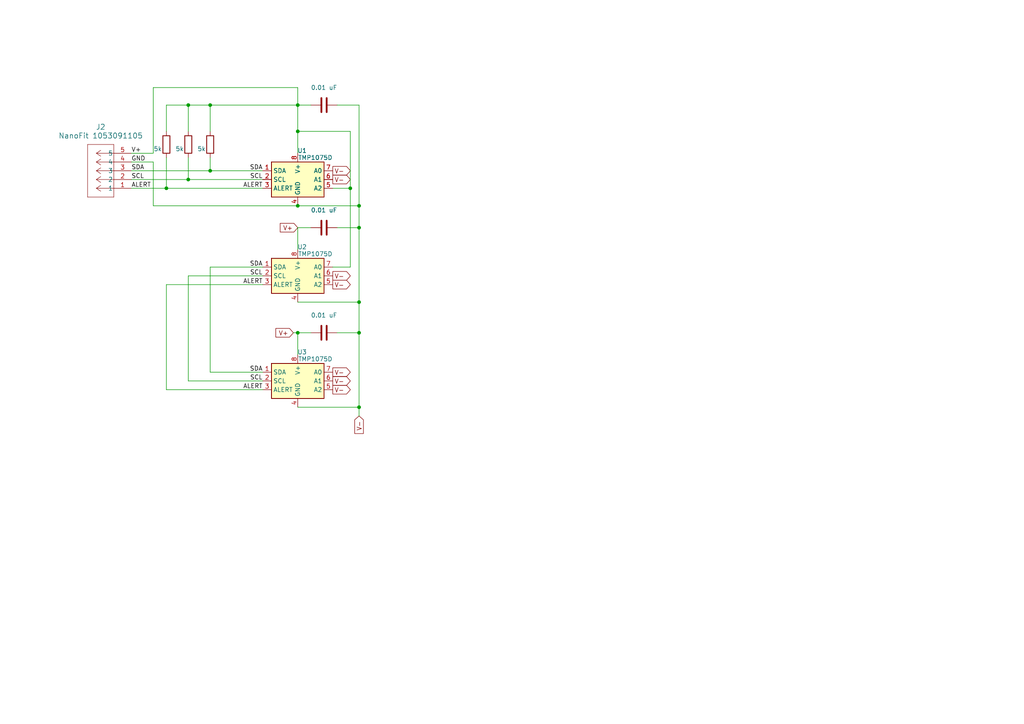
<source format=kicad_sch>
(kicad_sch (version 20250114) (generator "eeschema") (generator_version "9.0")
  (paper "A4")
  (lib_symbols
    (symbol "Device:C" (pin_numbers (hide yes)) (pin_names (offset 0.254))
      (property "Reference" "C" (at 0.635 2.54 0))
      (property "Value" "C" (at 0.635 -2.54 0))
      (symbol "C_0_1"
        (polyline (pts (xy -2.032 0.762) (xy 2.032 0.762)) (stroke (width 0.508)))
        (polyline (pts (xy -2.032 -0.762) (xy 2.032 -0.762)) (stroke (width 0.508)))
      )
      (symbol "C_1_1"
        (pin passive line (at 0 3.81 270) (length 2.794) (name "~") (number "1"))
        (pin passive line (at 0 -3.81 90) (length 2.794) (name "~") (number "2"))
      )
    )
    (symbol "Device:R" (pin_numbers (hide yes)) (pin_names (offset 0))
      (property "Reference" "R" (at 2.032 0 90))
      (property "Value" "R" (at 0 0 90))
      (symbol "R_0_1"
        (rectangle (start -1.016 -2.54) (end 1.016 2.54) (stroke (width 0.254)))
      )
      (symbol "R_1_1"
        (pin passive line (at 0 3.81 270) (length 1.27) (name "~") (number "1"))
        (pin passive line (at 0 -3.81 90) (length 1.27) (name "~") (number "2"))
      )
    )
    (symbol "FS_3_Global_Symbol_Library:NanoFit 1053091105" (pin_names (offset 0.254))
      (property "Reference" "J" (at 8.89 6.35 0))
      (property "Value" "NanoFit 1053091105" (at 0 0 0))
      (symbol "NanoFit 1053091105_1_1"
        (polyline (pts (xy 5.08 2.54) (xy 5.08 -12.7)) (stroke (width 0.127)))
        (polyline (pts (xy 5.08 -12.7) (xy 12.7 -12.7)) (stroke (width 0.127)))
        (polyline (pts (xy 10.16 0) (xy 5.08 0)) (stroke (width 0.127)))
        (polyline (pts (xy 10.16 0) (xy 8.89 0.8467)) (stroke (width 0.127)))
        (polyline (pts (xy 10.16 0) (xy 8.89 -0.8467)) (stroke (width 0.127)))
        (polyline (pts (xy 10.16 -2.54) (xy 5.08 -2.54)) (stroke (width 0.127)))
        (polyline (pts (xy 10.16 -2.54) (xy 8.89 -1.6933)) (stroke (width 0.127)))
        (polyline (pts (xy 10.16 -2.54) (xy 8.89 -3.3867)) (stroke (width 0.127)))
        (polyline (pts (xy 10.16 -5.08) (xy 5.08 -5.08)) (stroke (width 0.127)))
        (polyline (pts (xy 10.16 -5.08) (xy 8.89 -4.2333)) (stroke (width 0.127)))
        (polyline (pts (xy 10.16 -5.08) (xy 8.89 -5.9267)) (stroke (width 0.127)))
        (polyline (pts (xy 10.16 -7.62) (xy 5.08 -7.62)) (stroke (width 0.127)))
        (polyline (pts (xy 10.16 -7.62) (xy 8.89 -6.7733)) (stroke (width 0.127)))
        (polyline (pts (xy 10.16 -7.62) (xy 8.89 -8.4667)) (stroke (width 0.127)))
        (polyline (pts (xy 10.16 -10.16) (xy 5.08 -10.16)) (stroke (width 0.127)))
        (polyline (pts (xy 10.16 -10.16) (xy 8.89 -9.3133)) (stroke (width 0.127)))
        (polyline (pts (xy 10.16 -10.16) (xy 8.89 -11.0067)) (stroke (width 0.127)))
        (polyline (pts (xy 12.7 2.54) (xy 5.08 2.54)) (stroke (width 0.127)))
        (polyline (pts (xy 12.7 -12.7) (xy 12.7 2.54)) (stroke (width 0.127)))
        (pin unspecified line (at 0 0 0) (length 5.08) (name "1") (number "1"))
        (pin unspecified line (at 0 -2.54 0) (length 5.08) (name "2") (number "2"))
        (pin unspecified line (at 0 -5.08 0) (length 5.08) (name "3") (number "3"))
        (pin unspecified line (at 0 -7.62 0) (length 5.08) (name "4") (number "4"))
        (pin unspecified line (at 0 -10.16 0) (length 5.08) (name "5") (number "5"))
      )
      (symbol "NanoFit 1053091105_1_2"
        (polyline (pts (xy 5.08 2.54) (xy 5.08 -12.7)) (stroke (width 0.127)))
        (polyline (pts (xy 5.08 -12.7) (xy 12.7 -12.7)) (stroke (width 0.127)))
        (polyline (pts (xy 7.62 0) (xy 5.08 0)) (stroke (width 0.127)))
        (polyline (pts (xy 7.62 0) (xy 8.89 0.8467)) (stroke (width 0.127)))
        (polyline (pts (xy 7.62 0) (xy 8.89 -0.8467)) (stroke (width 0.127)))
        (polyline (pts (xy 7.62 -2.54) (xy 5.08 -2.54)) (stroke (width 0.127)))
        (polyline (pts (xy 7.62 -2.54) (xy 8.89 -1.6933)) (stroke (width 0.127)))
        (polyline (pts (xy 7.62 -2.54) (xy 8.89 -3.3867)) (stroke (width 0.127)))
        (polyline (pts (xy 7.62 -5.08) (xy 5.08 -5.08)) (stroke (width 0.127)))
        (polyline (pts (xy 7.62 -5.08) (xy 8.89 -4.2333)) (stroke (width 0.127)))
        (polyline (pts (xy 7.62 -5.08) (xy 8.89 -5.9267)) (stroke (width 0.127)))
        (polyline (pts (xy 7.62 -7.62) (xy 5.08 -7.62)) (stroke (width 0.127)))
        (polyline (pts (xy 7.62 -7.62) (xy 8.89 -6.7733)) (stroke (width 0.127)))
        (polyline (pts (xy 7.62 -7.62) (xy 8.89 -8.4667)) (stroke (width 0.127)))
        (polyline (pts (xy 7.62 -10.16) (xy 5.08 -10.16)) (stroke (width 0.127)))
        (polyline (pts (xy 7.62 -10.16) (xy 8.89 -9.3133)) (stroke (width 0.127)))
        (polyline (pts (xy 7.62 -10.16) (xy 8.89 -11.0067)) (stroke (width 0.127)))
        (polyline (pts (xy 12.7 2.54) (xy 5.08 2.54)) (stroke (width 0.127)))
        (polyline (pts (xy 12.7 -12.7) (xy 12.7 2.54)) (stroke (width 0.127)))
        (pin unspecified line (at 0 0 0) (length 5.08) (name "1") (number "1"))
        (pin unspecified line (at 0 -2.54 0) (length 5.08) (name "2") (number "2"))
        (pin unspecified line (at 0 -5.08 0) (length 5.08) (name "3") (number "3"))
        (pin unspecified line (at 0 -7.62 0) (length 5.08) (name "4") (number "4"))
        (pin unspecified line (at 0 -10.16 0) (length 5.08) (name "5") (number "5"))
      )
    )
    (symbol "Sensor_Temperature:TMP1075D"
      (property "Reference" "U" (at -6.35 6.35 0))
      (property "Value" "TMP1075D" (at 6.35 6.35 0))
      (symbol "TMP1075D_0_1"
        (rectangle (start -7.62 5.08) (end 7.62 -5.08) (stroke (width 0.254)) (fill (type background)))
      )
      (symbol "TMP1075D_1_1"
        (pin input line (at -10.16 2.54 0) (length 2.54) (name "A0") (number "7"))
        (pin input line (at -10.16 0 0) (length 2.54) (name "A1") (number "6"))
        (pin input line (at -10.16 -2.54 0) (length 2.54) (name "A2") (number "5"))
        (pin power_in line (at 0 7.62 270) (length 2.54) (name "V+") (number "8"))
        (pin power_in line (at 0 -7.62 90) (length 2.54) (name "GND") (number "4"))
        (pin bidirectional line (at 10.16 2.54 180) (length 2.54) (name "SDA") (number "1"))
        (pin input line (at 10.16 0 180) (length 2.54) (name "SCL") (number "2"))
        (pin open_collector line (at 10.16 -2.54 180) (length 2.54) (name "ALERT") (number "3"))
      )
    )
  )
  (junction (at 54.61 52.07))
  (junction (at 104.14 59.69))
  (junction (at 86.36 30.48))
  (junction (at 54.61 30.48))
  (junction (at 86.36 96.52))
  (junction (at 101.6 54.61))
  (junction (at 60.96 30.48))
  (junction (at 104.14 66.04))
  (junction (at 104.14 118.11))
  (junction (at 86.36 59.69))
  (junction (at 86.36 38.1))
  (junction (at 104.14 96.52))
  (junction (at 104.14 87.63))
  (junction (at 48.26 54.61))
  (junction (at 60.96 49.53))
  (wire (pts (xy 48.26 45.72) (xy 48.26 54.61)))
  (wire (pts (xy 104.14 66.04) (xy 104.14 87.63)))
  (wire (pts (xy 38.1 49.53) (xy 60.96 49.53)))
  (wire (pts (xy 86.36 38.1) (xy 101.6 38.1)))
  (wire (pts (xy 101.6 54.61) (xy 101.6 77.47)))
  (wire (pts (xy 86.36 96.52) (xy 86.36 102.87)))
  (wire (pts (xy 101.6 38.1) (xy 101.6 54.61)))
  (wire (pts (xy 96.52 77.47) (xy 101.6 77.47)))
  (wire (pts (xy 86.36 66.04) (xy 86.36 72.39)))
  (wire (pts (xy 104.14 30.48) (xy 97.79 30.48)))
  (wire (pts (xy 48.26 38.1) (xy 48.26 30.48)))
  (wire (pts (xy 54.61 80.01) (xy 76.2 80.01)))
  (wire (pts (xy 104.14 59.69) (xy 104.14 66.04)))
  (wire (pts (xy 38.1 52.07) (xy 54.61 52.07)))
  (wire (pts (xy 104.14 30.48) (xy 104.14 59.69)))
  (wire (pts (xy 60.96 77.47) (xy 76.2 77.47)))
  (wire (pts (xy 86.36 118.11) (xy 104.14 118.11)))
  (wire (pts (xy 44.45 25.4) (xy 44.45 44.45)))
  (wire (pts (xy 60.96 45.72) (xy 60.96 49.53)))
  (wire (pts (xy 90.17 30.48) (xy 86.36 30.48)))
  (wire (pts (xy 38.1 54.61) (xy 48.26 54.61)))
  (wire (pts (xy 104.14 96.52) (xy 104.14 118.11)))
  (wire (pts (xy 96.52 54.61) (xy 101.6 54.61)))
  (wire (pts (xy 54.61 38.1) (xy 54.61 30.48)))
  (wire (pts (xy 60.96 30.48) (xy 86.36 30.48)))
  (wire (pts (xy 104.14 87.63) (xy 104.14 96.52)))
  (wire (pts (xy 86.36 30.48) (xy 86.36 38.1)))
  (wire (pts (xy 60.96 77.47) (xy 60.96 107.95)))
  (wire (pts (xy 54.61 110.49) (xy 76.2 110.49)))
  (wire (pts (xy 60.96 38.1) (xy 60.96 30.48)))
  (wire (pts (xy 54.61 30.48) (xy 60.96 30.48)))
  (wire (pts (xy 54.61 52.07) (xy 76.2 52.07)))
  (wire (pts (xy 48.26 82.55) (xy 76.2 82.55)))
  (wire (pts (xy 85.09 96.52) (xy 86.36 96.52)))
  (wire (pts (xy 48.26 113.03) (xy 76.2 113.03)))
  (wire (pts (xy 48.26 54.61) (xy 76.2 54.61)))
  (wire (pts (xy 54.61 80.01) (xy 54.61 110.49)))
  (wire (pts (xy 60.96 49.53) (xy 76.2 49.53)))
  (wire (pts (xy 38.1 44.45) (xy 44.45 44.45)))
  (wire (pts (xy 86.36 38.1) (xy 86.36 44.45)))
  (wire (pts (xy 48.26 30.48) (xy 54.61 30.48)))
  (wire (pts (xy 44.45 59.69) (xy 44.45 46.99)))
  (wire (pts (xy 97.79 66.04) (xy 104.14 66.04)))
  (wire (pts (xy 90.17 96.52) (xy 86.36 96.52)))
  (wire (pts (xy 60.96 107.95) (xy 76.2 107.95)))
  (wire (pts (xy 86.36 59.69) (xy 104.14 59.69)))
  (wire (pts (xy 86.36 25.4) (xy 86.36 30.48)))
  (wire (pts (xy 54.61 45.72) (xy 54.61 52.07)))
  (wire (pts (xy 104.14 118.11) (xy 104.14 120.65)))
  (wire (pts (xy 86.36 87.63) (xy 104.14 87.63)))
  (wire (pts (xy 48.26 82.55) (xy 48.26 113.03)))
  (wire (pts (xy 90.17 66.04) (xy 86.36 66.04)))
  (wire (pts (xy 86.36 59.69) (xy 44.45 59.69)))
  (wire (pts (xy 97.79 96.52) (xy 104.14 96.52)))
  (wire (pts (xy 86.36 25.4) (xy 44.45 25.4)))
  (wire (pts (xy 44.45 46.99) (xy 38.1 46.99)))
  (label "SDA" (at 76.2 49.53 180))
  (label "V+" (at 38.1 44.45 0))
  (label "ALERT" (at 38.1 54.61 0))
  (label "ALERT" (at 76.2 54.61 180))
  (label "SCL" (at 38.1 52.07 0))
  (label "ALERT" (at 76.2 113.03 180))
  (label "SCL" (at 76.2 110.49 180))
  (label "SDA" (at 38.1 49.53 0))
  (label "SCL" (at 76.2 52.07 180))
  (label "SCL" (at 76.2 80.01 180))
  (label "ALERT" (at 76.2 82.55 180))
  (label "GND" (at 38.1 46.99 0))
  (label "SDA" (at 76.2 77.47 180))
  (label "SDA" (at 76.2 107.95 180))
  (global_label "V-" (shape output) (at 96.52 113.03 0) (property "Intersheetrefs" "${INTERSHEET_REFS}" (effects (hide yes))))
  (global_label "V-" (shape input) (at 104.14 120.65 270) (property "Intersheetrefs" "${INTERSHEET_REFS}" (effects (hide yes))))
  (global_label "V-" (shape output) (at 96.52 110.49 0) (property "Intersheetrefs" "${INTERSHEET_REFS}" (effects (hide yes))))
  (global_label "V+" (shape input) (at 85.09 96.52 180) (property "Intersheetrefs" "${INTERSHEET_REFS}" (effects (hide yes))))
  (global_label "V-" (shape output) (at 96.52 80.01 0) (property "Intersheetrefs" "${INTERSHEET_REFS}" (effects (hide yes))))
  (global_label "V-" (shape output) (at 96.52 49.53 0) (property "Intersheetrefs" "${INTERSHEET_REFS}" (effects (hide yes))))
  (global_label "V-" (shape output) (at 96.52 52.07 0) (property "Intersheetrefs" "${INTERSHEET_REFS}" (effects (hide yes))))
  (global_label "V-" (shape output) (at 96.52 82.55 0) (property "Intersheetrefs" "${INTERSHEET_REFS}" (effects (hide yes))))
  (global_label "V+" (shape input) (at 86.36 66.04 180) (property "Intersheetrefs" "${INTERSHEET_REFS}" (effects (hide yes))))
  (global_label "V-" (shape output) (at 96.52 107.95 0) (property "Intersheetrefs" "${INTERSHEET_REFS}" (effects (hide yes))))
  (symbol (lib_id "Sensor_Temperature:TMP1075D") (at 86.36 80.01 0) (mirror y) (unit 1)
    (property "Reference" "U2" (at 87.63 71.628 0))
    (property "Value" "TMP1075D" (at 91.44 73.66 0))
    (property "Footprint" "Package_SO:SO-8_3.9x4.9mm_P1.27mm" (effects (hide yes)))
    (property "Datasheet" "https://www.ti.com/lit/gpn/tmp1075" (effects (hide yes)))
    (property "Description" "I2C-bus digital temperature sensor and thermal watchdog, SO-8" (effects (hide yes)))
  )
  (symbol (lib_id "Device:C") (at 93.98 96.52 270) (mirror x) (unit 1)
    (property "Reference" "C18" (effects (hide yes)))
    (property "Value" "0.01 uF" (at 93.98 91.44 90))
    (property "Footprint" "Capacitor_SMD:C_0805_2012Metric_Pad1.18x1.45mm_HandSolder" (effects (hide yes)))
    (property "Description" "Unpolarized capacitor" (effects (hide yes)))
  )
  (symbol (lib_id "Device:C") (at 93.98 66.04 270) (mirror x) (unit 1)
    (property "Reference" "C17" (effects (hide yes)))
    (property "Value" "0.01 uF" (at 93.98 60.96 90))
    (property "Footprint" "Capacitor_SMD:C_0805_2012Metric_Pad1.18x1.45mm_HandSolder" (effects (hide yes)))
    (property "Description" "Unpolarized capacitor" (effects (hide yes)))
  )
  (symbol (lib_id "Sensor_Temperature:TMP1075D") (at 86.36 110.49 0) (mirror y) (unit 1)
    (property "Reference" "U3" (at 87.63 102.108 0))
    (property "Value" "TMP1075D" (at 91.44 104.14 0))
    (property "Footprint" "Package_SO:SO-8_3.9x4.9mm_P1.27mm" (effects (hide yes)))
    (property "Datasheet" "https://www.ti.com/lit/gpn/tmp1075" (effects (hide yes)))
    (property "Description" "I2C-bus digital temperature sensor and thermal watchdog, SO-8" (effects (hide yes)))
  )
  (symbol (lib_id "Device:C") (at 93.98 30.48 270) (mirror x) (unit 1)
    (property "Reference" "C3" (effects (hide yes)))
    (property "Value" "0.01 uF" (at 93.98 25.4 90))
    (property "Footprint" "Capacitor_SMD:C_0805_2012Metric_Pad1.18x1.45mm_HandSolder" (effects (hide yes)))
    (property "Description" "Unpolarized capacitor" (effects (hide yes)))
  )
  (symbol (lib_id "Device:R") (at 48.26 41.91 0) (unit 1)
    (property "Reference" "PU_ALRT1" (effects (hide yes)))
    (property "Value" "5k" (at 46.99 43.18 0) (effects (justify right)))
    (property "Footprint" "Resistor_SMD:R_0805_2012Metric_Pad1.20x1.40mm_HandSolder" (effects (hide yes)))
    (property "Description" "Resistor" (effects (hide yes)))
  )
  (symbol (lib_id "Sensor_Temperature:TMP1075D") (at 86.36 52.07 0) (mirror y) (unit 1)
    (property "Reference" "U1" (at 87.63 43.688 0))
    (property "Value" "TMP1075D" (at 91.44 45.72 0))
    (property "Footprint" "Package_SO:SO-8_3.9x4.9mm_P1.27mm" (effects (hide yes)))
    (property "Datasheet" "https://www.ti.com/lit/gpn/tmp1075" (effects (hide yes)))
    (property "Description" "I2C-bus digital temperature sensor and thermal watchdog, SO-8" (effects (hide yes)))
  )
  (symbol (lib_id "Device:R") (at 54.61 41.91 0) (mirror x) (unit 1)
    (property "Reference" "RPU_SCL1" (effects (hide yes)))
    (property "Value" "5k" (at 53.34 43.18 0) (effects (justify right)))
    (property "Footprint" "Resistor_SMD:R_0805_2012Metric_Pad1.20x1.40mm_HandSolder" (effects (hide yes)))
    (property "Description" "Resistor" (effects (hide yes)))
  )
  (symbol (lib_id "Device:R") (at 60.96 41.91 0) (mirror y) (unit 1)
    (property "Reference" "PU_SDA1" (effects (hide yes)))
    (property "Value" "5k" (at 59.69 43.18 0) (effects (justify left)))
    (property "Footprint" "Resistor_SMD:R_0805_2012Metric_Pad1.20x1.40mm_HandSolder" (effects (hide yes)))
    (property "Description" "Resistor" (effects (hide yes)))
  )
  (symbol (lib_id "FS_3_Global_Symbol_Library:NanoFit 1053091105") (at 38.1 54.61 180) (unit 1)
    (property "Reference" "J2" (at 29.21 36.83 0) (effects (font (size 1.524 1.524))))
    (property "Value" "NanoFit 1053091105" (at 29.21 39.37 0) (effects (font (size 1.524 1.524))))
    (property "Footprint" "FS_3_Global_Footprint_Library:NanoFit 1053091105" (effects (hide yes)))
    (property "Datasheet" "https://www.molex.com/en-us/products/part-detail-pdf/1053091105?display=pdf" (effects (hide yes)))
  )
)
</source>
